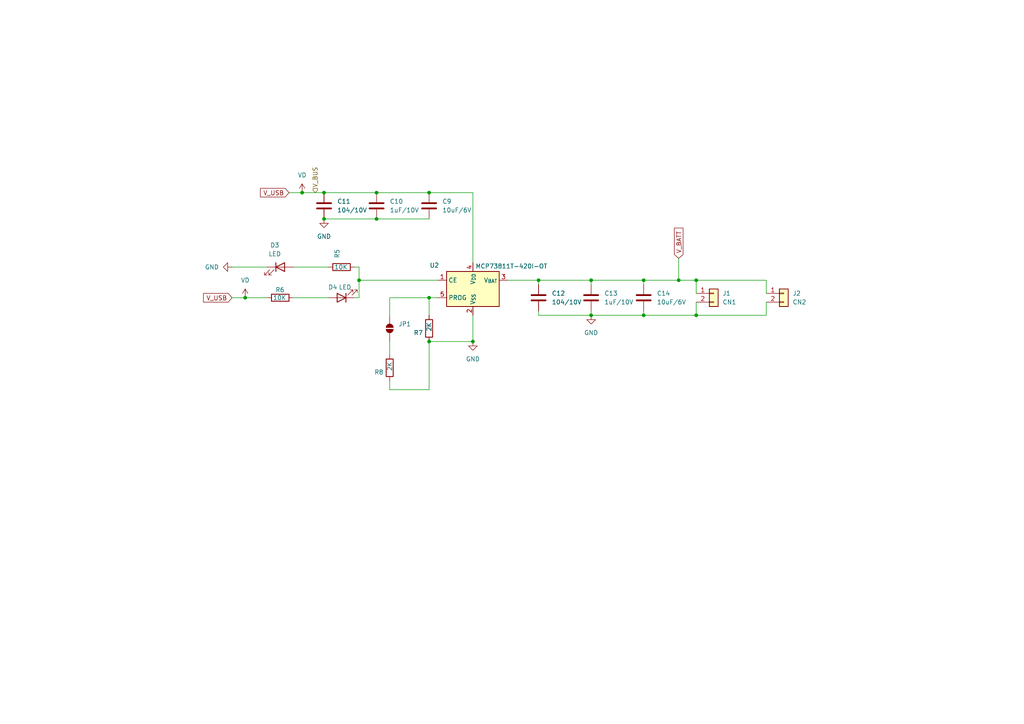
<source format=kicad_sch>
(kicad_sch (version 20231120) (generator "eeschema") (generator_version "8.0")
  (paper "A4")
  (lib_symbols
    (symbol "Battery_Management:MCP73811T-420I-OT"
      (property "Reference" "U" (at -6.35 6.35 0))
      (property "Value" "MCP73811T-420I-OT" (at 1.27 6.35 0))
      (symbol "MCP73811T-420I-OT_0_1"
        (rectangle (start -7.62 5.08) (end 7.62 -5.08) (stroke (width 0.254)) (fill (type background)))
      )
      (symbol "MCP73811T-420I-OT_1_1"
        (pin input line (at -10.16 2.54 0) (length 2.54) (name "CE") (number "1"))
        (pin power_in line (at 0 -7.62 90) (length 2.54) (name "V_{SS}") (number "2"))
        (pin power_out line (at 10.16 2.54 180) (length 2.54) (name "V_{BAT}") (number "3"))
        (pin power_in line (at 0 7.62 270) (length 2.54) (name "V_{DD}") (number "4"))
        (pin input line (at -10.16 -2.54 0) (length 2.54) (name "PROG") (number "5"))
      )
    )
    (symbol "Connector_Generic:Conn_01x02" (pin_names (offset 1.016) hide)
      (property "Reference" "J" (at 0 2.54 0))
      (property "Value" "Conn_01x02" (at 0 -5.08 0))
      (symbol "Conn_01x02_1_1"
        (rectangle (start -1.27 -2.413) (end 0 -2.667) (stroke (width 0.1524)))
        (rectangle (start -1.27 0.127) (end 0 -0.127) (stroke (width 0.1524)))
        (rectangle (start -1.27 1.27) (end 1.27 -3.81) (stroke (width 0.254)) (fill (type background)))
        (pin passive line (at -5.08 0 0) (length 3.81) (name "Pin_1") (number "1"))
        (pin passive line (at -5.08 -2.54 0) (length 3.81) (name "Pin_2") (number "2"))
      )
    )
    (symbol "Device:C" (pin_numbers hide) (pin_names (offset 0.254))
      (property "Reference" "C" (at 0.635 2.54 0))
      (property "Value" "C" (at 0.635 -2.54 0))
      (symbol "C_0_1"
        (polyline (pts (xy -2.032 -0.762) (xy 2.032 -0.762)) (stroke (width 0.508)))
        (polyline (pts (xy -2.032 0.762) (xy 2.032 0.762)) (stroke (width 0.508)))
      )
      (symbol "C_1_1"
        (pin passive line (at 0 3.81 270) (length 2.794) (name "~") (number "1"))
        (pin passive line (at 0 -3.81 90) (length 2.794) (name "~") (number "2"))
      )
    )
    (symbol "Device:LED" (pin_numbers hide) (pin_names (offset 1.016) hide)
      (property "Reference" "D" (at 0 2.54 0))
      (property "Value" "LED" (at 0 -2.54 0))
      (symbol "LED_0_1"
        (polyline (pts (xy -1.27 -1.27) (xy -1.27 1.27)) (stroke (width 0.254)))
        (polyline (pts (xy -1.27 0) (xy 1.27 0)))
        (polyline (pts (xy 1.27 -1.27) (xy 1.27 1.27) (xy -1.27 0) (xy 1.27 -1.27)) (stroke (width 0.254)))
        (polyline (pts (xy -3.048 -0.762) (xy -4.572 -2.286) (xy -3.81 -2.286) (xy -4.572 -2.286) (xy -4.572 -1.524)))
        (polyline (pts (xy -1.778 -0.762) (xy -3.302 -2.286) (xy -2.54 -2.286) (xy -3.302 -2.286) (xy -3.302 -1.524)))
      )
      (symbol "LED_1_1"
        (pin passive line (at -3.81 0 0) (length 2.54) (name "K") (number "1"))
        (pin passive line (at 3.81 0 180) (length 2.54) (name "A") (number "2"))
      )
    )
    (symbol "Device:R" (pin_numbers hide) (pin_names (offset 0))
      (property "Reference" "R" (at 2.032 0 90))
      (property "Value" "R" (at 0 0 90))
      (symbol "R_0_1"
        (rectangle (start -1.016 -2.54) (end 1.016 2.54) (stroke (width 0.254)))
      )
      (symbol "R_1_1"
        (pin passive line (at 0 3.81 270) (length 1.27) (name "~") (number "1"))
        (pin passive line (at 0 -3.81 90) (length 1.27) (name "~") (number "2"))
      )
    )
    (symbol "Jumper:SolderJumper_2_Open" (pin_numbers hide) (pin_names (offset 0) hide) (exclude_from_sim yes) (in_bom no)
      (property "Reference" "JP" (at 0 2.032 0))
      (property "Value" "SolderJumper_2_Open" (at 0 -2.54 0))
      (symbol "SolderJumper_2_Open_0_1"
        (arc (start -0.254 1.016) (mid -1.2656 0) (end -0.254 -1.016))
        (arc (start -0.254 1.016) (mid -1.2656 0) (end -0.254 -1.016) (fill (type outline)))
        (polyline (pts (xy -0.254 1.016) (xy -0.254 -1.016)))
        (polyline (pts (xy 0.254 1.016) (xy 0.254 -1.016)))
        (arc (start 0.254 -1.016) (mid 1.2656 0) (end 0.254 1.016))
        (arc (start 0.254 -1.016) (mid 1.2656 0) (end 0.254 1.016) (fill (type outline)))
      )
      (symbol "SolderJumper_2_Open_1_1"
        (pin passive line (at -3.81 0 0) (length 2.54) (name "A") (number "1"))
        (pin passive line (at 3.81 0 180) (length 2.54) (name "B") (number "2"))
      )
    )
    (symbol "power:GND" (power) (pin_numbers hide) (pin_names (offset 0) hide)
      (property "Value" "GND" (at 0 -3.81 0))
      (symbol "GND_0_1"
        (polyline (pts (xy 0 0) (xy 0 -1.27) (xy 1.27 -1.27) (xy 0 -2.54) (xy -1.27 -1.27) (xy 0 -1.27)))
      )
      (symbol "GND_1_1"
        (pin power_in line (at 0 0 270) (length 0) (name "~") (number "1"))
      )
    )
    (symbol "power:VD" (power) (pin_numbers hide) (pin_names (offset 0) hide)
      (property "Value" "VD" (at 0 3.556 0))
      (symbol "VD_0_1"
        (polyline (pts (xy -0.762 1.27) (xy 0 2.54)))
        (polyline (pts (xy 0 0) (xy 0 2.54)))
        (polyline (pts (xy 0 2.54) (xy 0.762 1.27)))
      )
      (symbol "VD_1_1"
        (pin power_in line (at 0 0 90) (length 0) (name "~") (number "1"))
      )
    )
  )
  (junction (at 87.63 55.88))
  (junction (at 196.85 81.28))
  (junction (at 186.69 91.44))
  (junction (at 171.45 81.28))
  (junction (at 93.98 55.88))
  (junction (at 201.93 91.44))
  (junction (at 104.14 81.28))
  (junction (at 186.69 81.28))
  (junction (at 156.21 81.28))
  (junction (at 201.93 81.28))
  (junction (at 171.45 91.44))
  (junction (at 124.46 99.06))
  (junction (at 93.98 63.5))
  (junction (at 109.22 55.88))
  (junction (at 109.22 63.5))
  (junction (at 124.46 55.88))
  (junction (at 124.46 86.36))
  (junction (at 71.12 86.36))
  (junction (at 137.16 99.06))
  (wire (pts (xy 113.03 99.06) (xy 113.03 102.87)))
  (wire (pts (xy 124.46 86.36) (xy 124.46 91.44)))
  (wire (pts (xy 137.16 99.06) (xy 124.46 99.06)))
  (wire (pts (xy 156.21 81.28) (xy 147.32 81.28)))
  (wire (pts (xy 109.22 55.88) (xy 93.98 55.88)))
  (wire (pts (xy 186.69 90.17) (xy 186.69 91.44)))
  (wire (pts (xy 93.98 63.5) (xy 109.22 63.5)))
  (wire (pts (xy 104.14 81.28) (xy 104.14 77.47)))
  (wire (pts (xy 113.03 86.36) (xy 113.03 91.44)))
  (wire (pts (xy 104.14 77.47) (xy 102.87 77.47)))
  (wire (pts (xy 196.85 74.93) (xy 196.85 81.28)))
  (wire (pts (xy 222.25 81.28) (xy 201.93 81.28)))
  (wire (pts (xy 127 81.28) (xy 104.14 81.28)))
  (wire (pts (xy 171.45 81.28) (xy 156.21 81.28)))
  (wire (pts (xy 104.14 86.36) (xy 104.14 81.28)))
  (wire (pts (xy 171.45 91.44) (xy 156.21 91.44)))
  (wire (pts (xy 127 86.36) (xy 124.46 86.36)))
  (wire (pts (xy 85.09 77.47) (xy 95.25 77.47)))
  (wire (pts (xy 201.93 81.28) (xy 196.85 81.28)))
  (wire (pts (xy 222.25 87.63) (xy 222.25 91.44)))
  (wire (pts (xy 196.85 81.28) (xy 186.69 81.28)))
  (wire (pts (xy 137.16 91.44) (xy 137.16 99.06)))
  (wire (pts (xy 124.46 55.88) (xy 109.22 55.88)))
  (wire (pts (xy 85.09 86.36) (xy 95.25 86.36)))
  (wire (pts (xy 71.12 86.36) (xy 77.47 86.36)))
  (wire (pts (xy 171.45 90.17) (xy 171.45 91.44)))
  (wire (pts (xy 87.63 55.88) (xy 83.82 55.88)))
  (wire (pts (xy 201.93 81.28) (xy 201.93 85.09)))
  (wire (pts (xy 67.31 86.36) (xy 71.12 86.36)))
  (wire (pts (xy 186.69 91.44) (xy 171.45 91.44)))
  (wire (pts (xy 201.93 91.44) (xy 186.69 91.44)))
  (wire (pts (xy 102.87 86.36) (xy 104.14 86.36)))
  (wire (pts (xy 137.16 76.2) (xy 137.16 55.88)))
  (wire (pts (xy 113.03 113.03) (xy 124.46 113.03)))
  (wire (pts (xy 201.93 87.63) (xy 201.93 91.44)))
  (wire (pts (xy 186.69 81.28) (xy 171.45 81.28)))
  (wire (pts (xy 124.46 86.36) (xy 113.03 86.36)))
  (wire (pts (xy 156.21 81.28) (xy 156.21 82.55)))
  (wire (pts (xy 222.25 91.44) (xy 201.93 91.44)))
  (wire (pts (xy 93.98 55.88) (xy 87.63 55.88)))
  (wire (pts (xy 171.45 81.28) (xy 171.45 82.55)))
  (wire (pts (xy 186.69 81.28) (xy 186.69 82.55)))
  (wire (pts (xy 67.31 77.47) (xy 77.47 77.47)))
  (wire (pts (xy 109.22 63.5) (xy 124.46 63.5)))
  (wire (pts (xy 222.25 85.09) (xy 222.25 81.28)))
  (wire (pts (xy 113.03 110.49) (xy 113.03 113.03)))
  (wire (pts (xy 137.16 55.88) (xy 124.46 55.88)))
  (wire (pts (xy 124.46 113.03) (xy 124.46 99.06)))
  (wire (pts (xy 156.21 91.44) (xy 156.21 90.17)))
  (global_label "V_USB" (shape input) (at 67.31 86.36 180) (property "Intersheetrefs" "${INTERSHEET_REFS}" (effects (hide yes))))
  (global_label "V_USB" (shape input) (at 83.82 55.88 180) (property "Intersheetrefs" "${INTERSHEET_REFS}" (effects (hide yes))))
  (global_label "V_BATT" (shape input) (at 196.85 74.93 90) (property "Intersheetrefs" "${INTERSHEET_REFS}" (effects (hide yes))))
  (hierarchical_label "V_BUS" (shape input) (at 91.44 55.88 90))
  (symbol (lib_id "Device:LED") (at 81.28 77.47 0) (unit 1)
    (property "Reference" "D3" (at 79.6925 71.12 0))
    (property "Value" "LED" (at 79.6925 73.66 0))
    (property "Footprint" "CTS_LED_SMD:LED_0805_2012Metric" (effects (hide yes)))
    (property "Description" "Light emitting diode" (effects (hide yes)))
  )
  (symbol (lib_id "Device:R") (at 113.03 106.68 180) (unit 1)
    (property "Reference" "R8" (at 111.252 107.95 0) (effects (justify left)))
    (property "Value" "2K" (at 113.03 104.902 90) (effects (justify left)))
    (property "Footprint" "CTS_Resistor_SMD:R_0805_2012Metric" (effects (hide yes)))
    (property "Description" "Resistor" (effects (hide yes)))
  )
  (symbol (lib_id "power:VD") (at 71.12 86.36 0) (unit 1)
    (property "Reference" "#PWR053" (effects (hide yes)))
    (property "Value" "VD" (at 71.12 81.28 0))
    (property "Description" "Power symbol creates a global label with name \"VD\"" (effects (hide yes)))
  )
  (symbol (lib_id "power:GND") (at 67.31 77.47 270) (unit 1)
    (property "Reference" "#PWR052" (effects (hide yes)))
    (property "Value" "GND" (at 63.5 77.4699 90) (effects (justify right)))
    (property "Description" "Power symbol creates a global label with name \"GND\" , ground" (effects (hide yes)))
  )
  (symbol (lib_id "Device:C") (at 93.98 59.69 180) (unit 1)
    (property "Reference" "C11" (at 97.79 58.4199 0) (effects (justify right)))
    (property "Value" "104/10V" (at 97.79 60.9599 0) (effects (justify right)))
    (property "Footprint" "CTS_Capacitor_SMD:C_0603_1608Metric" (effects (hide yes)))
    (property "Description" "Unpolarized capacitor" (effects (hide yes)))
  )
  (symbol (lib_id "Device:C") (at 156.21 86.36 180) (unit 1)
    (property "Reference" "C12" (at 160.02 85.0899 0) (effects (justify right)))
    (property "Value" "104/10V" (at 160.02 87.6299 0) (effects (justify right)))
    (property "Footprint" "CTS_Capacitor_SMD:C_0603_1608Metric" (effects (hide yes)))
    (property "Description" "Unpolarized capacitor" (effects (hide yes)))
  )
  (symbol (lib_id "Device:C") (at 186.69 86.36 180) (unit 1)
    (property "Reference" "C14" (at 190.5 85.0899 0) (effects (justify right)))
    (property "Value" "10uF/6V" (at 190.5 87.6299 0) (effects (justify right)))
    (property "Footprint" "CTS_Capacitor_SMD:C_0603_1608Metric" (effects (hide yes)))
    (property "Description" "Unpolarized capacitor" (effects (hide yes)))
  )
  (symbol (lib_id "Device:C") (at 171.45 86.36 180) (unit 1)
    (property "Reference" "C13" (at 175.26 85.0899 0) (effects (justify right)))
    (property "Value" "1uF/10V" (at 175.26 87.6299 0) (effects (justify right)))
    (property "Footprint" "CTS_Capacitor_SMD:C_0603_1608Metric" (effects (hide yes)))
    (property "Description" "Unpolarized capacitor" (effects (hide yes)))
  )
  (symbol (lib_id "Device:R") (at 81.28 86.36 90) (unit 1)
    (property "Reference" "R6" (at 82.55 84.074 90) (effects (justify left)))
    (property "Value" "10K" (at 83.058 86.36 90) (effects (justify left)))
    (property "Footprint" "CTS_Resistor_SMD:R_0603_1608Metric" (effects (hide yes)))
    (property "Description" "Resistor" (effects (hide yes)))
  )
  (symbol (lib_id "power:GND") (at 137.16 99.06 0) (unit 1)
    (property "Reference" "#PWR054" (effects (hide yes)))
    (property "Value" "GND" (at 137.16 104.14 0))
    (property "Description" "Power symbol creates a global label with name \"GND\" , ground" (effects (hide yes)))
  )
  (symbol (lib_id "power:VD") (at 87.63 55.88 0) (unit 1)
    (property "Reference" "#PWR051" (effects (hide yes)))
    (property "Value" "VD" (at 87.63 50.8 0))
    (property "Description" "Power symbol creates a global label with name \"VD\"" (effects (hide yes)))
  )
  (symbol (lib_id "Jumper:SolderJumper_2_Open") (at 113.03 95.25 90) (unit 1) (exclude_from_sim yes) (in_bom no)
    (property "Reference" "JP1" (at 115.57 93.9799 90) (effects (justify right)))
    (property "Value" "SolderJumper_2_Open" (effects (hide yes)))
    (property "Footprint" "Jumper:SolderJumper-2_P1.3mm_Open_Pad1.0x1.5mm" (effects (hide yes)))
    (property "Description" "Solder Jumper, 2-pole, open" (effects (hide yes)))
  )
  (symbol (lib_id "Connector_Generic:Conn_01x02") (at 207.01 85.09 0) (unit 1)
    (property "Reference" "J1" (at 209.55 85.0899 0) (effects (justify left)))
    (property "Value" "CN1" (at 209.55 87.6299 0) (effects (justify left)))
    (property "Footprint" "Connector_Stocko:Stocko_MKS_1652-6-0-202_1x2_P2.50mm_Vertical" (effects (hide yes)))
    (property "Description" "Generic connector, single row, 01x02, script generated (kicad-library-utils/schlib/autogen/connector/)" (effects (hide yes)))
  )
  (symbol (lib_id "Device:R") (at 99.06 77.47 90) (unit 1)
    (property "Reference" "R5" (at 97.7899 74.93 0) (effects (justify left)))
    (property "Value" "10K" (at 100.838 77.47 90) (effects (justify left)))
    (property "Footprint" "CTS_Resistor_SMD:R_0603_1608Metric" (effects (hide yes)))
    (property "Description" "Resistor" (effects (hide yes)))
  )
  (symbol (lib_id "Device:C") (at 124.46 59.69 180) (unit 1)
    (property "Reference" "C9" (at 128.27 58.4199 0) (effects (justify right)))
    (property "Value" "10uF/6V" (at 128.27 60.9599 0) (effects (justify right)))
    (property "Footprint" "CTS_Capacitor_SMD:C_0603_1608Metric" (effects (hide yes)))
    (property "Description" "Unpolarized capacitor" (effects (hide yes)))
  )
  (symbol (lib_id "Device:C") (at 109.22 59.69 180) (unit 1)
    (property "Reference" "C10" (at 113.03 58.4199 0) (effects (justify right)))
    (property "Value" "1uF/10V" (at 113.03 60.9599 0) (effects (justify right)))
    (property "Footprint" "CTS_Capacitor_SMD:C_0603_1608Metric" (effects (hide yes)))
    (property "Description" "Unpolarized capacitor" (effects (hide yes)))
  )
  (symbol (lib_id "power:GND") (at 171.45 91.44 0) (unit 1)
    (property "Reference" "#PWR056" (effects (hide yes)))
    (property "Value" "GND" (at 171.45 96.52 0))
    (property "Description" "Power symbol creates a global label with name \"GND\" , ground" (effects (hide yes)))
  )
  (symbol (lib_id "Device:LED") (at 99.06 86.36 180) (unit 1)
    (property "Reference" "D4" (at 96.52 83.312 0))
    (property "Value" "LED" (at 100.076 83.312 0))
    (property "Footprint" "CTS_LED_SMD:LED_0805_2012Metric" (effects (hide yes)))
    (property "Description" "Light emitting diode" (effects (hide yes)))
  )
  (symbol (lib_id "Device:R") (at 124.46 95.25 180) (unit 1)
    (property "Reference" "R7" (at 122.682 96.52 0) (effects (justify left)))
    (property "Value" "2K" (at 124.46 93.472 90) (effects (justify left)))
    (property "Footprint" "CTS_Resistor_SMD:R_0805_2012Metric" (effects (hide yes)))
    (property "Description" "Resistor" (effects (hide yes)))
  )
  (symbol (lib_id "Battery_Management:MCP73811T-420I-OT") (at 137.16 83.82 0) (unit 1)
    (property "Reference" "U2" (at 125.984 76.962 0))
    (property "Value" "MCP73811T-420I-OT" (at 148.336 77.216 0))
    (property "Footprint" "Package_TO_SOT_SMD:SOT-23-5" (effects (hide yes)))
    (property "Datasheet" "http://ww1.microchip.com/downloads/en/DeviceDoc/22036b.pdf" (effects (hide yes)))
    (property "Description" "Simple, Miniature Single-Cell, Fully Integrated Li-Ion / Li-Polymer Charge Management Controllers, 85mA/450mA, 4.2V, SOT23-5" (effects (hide yes)))
  )
  (symbol (lib_id "Connector_Generic:Conn_01x02") (at 227.33 85.09 0) (unit 1)
    (property "Reference" "J2" (at 229.87 85.0899 0) (effects (justify left)))
    (property "Value" "CN2" (at 229.87 87.6299 0) (effects (justify left)))
    (property "Footprint" "Connector_Stocko:Stocko_MKS_1652-6-0-202_1x2_P2.50mm_Vertical" (effects (hide yes)))
    (property "Description" "Generic connector, single row, 01x02, script generated (kicad-library-utils/schlib/autogen/connector/)" (effects (hide yes)))
  )
  (symbol (lib_id "power:GND") (at 93.98 63.5 0) (unit 1)
    (property "Reference" "#PWR055" (effects (hide yes)))
    (property "Value" "GND" (at 93.98 68.58 0))
    (property "Description" "Power symbol creates a global label with name \"GND\" , ground" (effects (hide yes)))
  )
)
</source>
